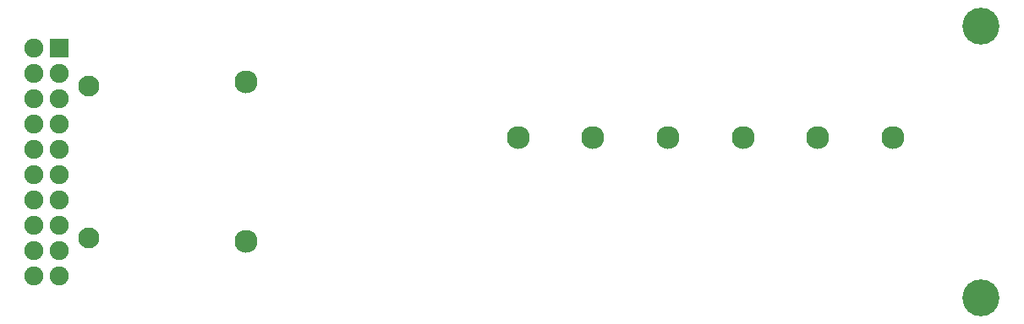
<source format=gts>
G04 Layer_Color=8388736*
%FSLAX43Y43*%
%MOMM*%
G71*
G01*
G75*
%ADD30C,3.700*%
%ADD31C,2.100*%
%ADD32C,1.900*%
%ADD33R,1.900X1.900*%
%ADD34C,2.300*%
D30*
X97650Y29650D02*
D03*
X97650Y2350D02*
D03*
D31*
X8264Y8378D02*
D03*
Y23618D02*
D03*
D32*
X2794Y27428D02*
D03*
X5334Y22348D02*
D03*
X2794D02*
D03*
Y24888D02*
D03*
X5334D02*
D03*
X2794Y4568D02*
D03*
Y7108D02*
D03*
X5334D02*
D03*
X2794Y14728D02*
D03*
X5334Y12188D02*
D03*
X2794D02*
D03*
Y9648D02*
D03*
X5334Y14728D02*
D03*
Y9648D02*
D03*
Y17268D02*
D03*
X2794Y19808D02*
D03*
X5334D02*
D03*
X2794Y17268D02*
D03*
X5334Y4568D02*
D03*
D33*
Y27428D02*
D03*
D34*
X81285Y18457D02*
D03*
X73785D02*
D03*
X66285D02*
D03*
X24000Y24000D02*
D03*
X58785Y18457D02*
D03*
X24000Y8000D02*
D03*
X51285Y18457D02*
D03*
X88785D02*
D03*
M02*

</source>
